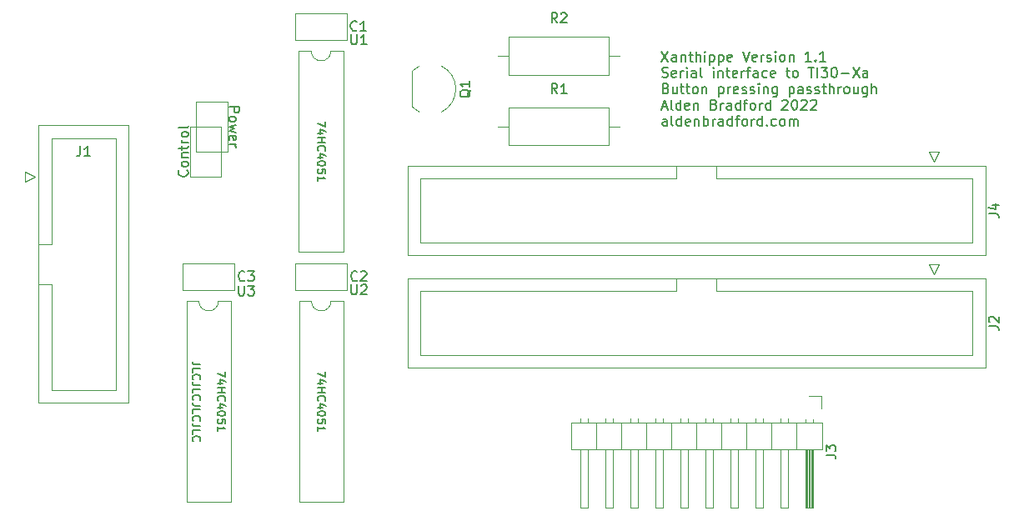
<source format=gbr>
%TF.GenerationSoftware,KiCad,Pcbnew,(6.0.6)*%
%TF.CreationDate,2022-08-14T19:07:44-04:00*%
%TF.ProjectId,button_presser,62757474-6f6e-45f7-9072-65737365722e,rev?*%
%TF.SameCoordinates,Original*%
%TF.FileFunction,Legend,Top*%
%TF.FilePolarity,Positive*%
%FSLAX46Y46*%
G04 Gerber Fmt 4.6, Leading zero omitted, Abs format (unit mm)*
G04 Created by KiCad (PCBNEW (6.0.6)) date 2022-08-14 19:07:44*
%MOMM*%
%LPD*%
G01*
G04 APERTURE LIST*
%ADD10C,0.152400*%
%ADD11C,0.203200*%
%ADD12C,0.150000*%
%ADD13C,0.120000*%
G04 APERTURE END LIST*
D10*
X33465104Y-50301676D02*
X33465104Y-50843542D01*
X32652304Y-50495200D01*
X33194171Y-51501523D02*
X32652304Y-51501523D01*
X33503809Y-51308000D02*
X32923238Y-51114476D01*
X32923238Y-51617638D01*
X32652304Y-51927276D02*
X33465104Y-51927276D01*
X33078057Y-51927276D02*
X33078057Y-52391733D01*
X32652304Y-52391733D02*
X33465104Y-52391733D01*
X32729714Y-53243238D02*
X32691009Y-53204533D01*
X32652304Y-53088419D01*
X32652304Y-53011009D01*
X32691009Y-52894895D01*
X32768419Y-52817485D01*
X32845828Y-52778780D01*
X33000647Y-52740076D01*
X33116761Y-52740076D01*
X33271580Y-52778780D01*
X33348990Y-52817485D01*
X33426400Y-52894895D01*
X33465104Y-53011009D01*
X33465104Y-53088419D01*
X33426400Y-53204533D01*
X33387695Y-53243238D01*
X33194171Y-53939923D02*
X32652304Y-53939923D01*
X33503809Y-53746400D02*
X32923238Y-53552876D01*
X32923238Y-54056038D01*
X33465104Y-54520495D02*
X33465104Y-54597904D01*
X33426400Y-54675314D01*
X33387695Y-54714019D01*
X33310285Y-54752723D01*
X33155466Y-54791428D01*
X32961942Y-54791428D01*
X32807123Y-54752723D01*
X32729714Y-54714019D01*
X32691009Y-54675314D01*
X32652304Y-54597904D01*
X32652304Y-54520495D01*
X32691009Y-54443085D01*
X32729714Y-54404380D01*
X32807123Y-54365676D01*
X32961942Y-54326971D01*
X33155466Y-54326971D01*
X33310285Y-54365676D01*
X33387695Y-54404380D01*
X33426400Y-54443085D01*
X33465104Y-54520495D01*
X33465104Y-55526819D02*
X33465104Y-55139771D01*
X33078057Y-55101066D01*
X33116761Y-55139771D01*
X33155466Y-55217180D01*
X33155466Y-55410704D01*
X33116761Y-55488114D01*
X33078057Y-55526819D01*
X33000647Y-55565523D01*
X32807123Y-55565523D01*
X32729714Y-55526819D01*
X32691009Y-55488114D01*
X32652304Y-55410704D01*
X32652304Y-55217180D01*
X32691009Y-55139771D01*
X32729714Y-55101066D01*
X32652304Y-56339619D02*
X32652304Y-55875161D01*
X32652304Y-56107390D02*
X33465104Y-56107390D01*
X33348990Y-56029980D01*
X33271580Y-55952571D01*
X33232876Y-55875161D01*
D11*
X77747222Y-17762099D02*
X78424556Y-18778099D01*
X78424556Y-17762099D02*
X77747222Y-18778099D01*
X79247032Y-18778099D02*
X79247032Y-18245908D01*
X79198651Y-18149146D01*
X79101889Y-18100765D01*
X78908365Y-18100765D01*
X78811603Y-18149146D01*
X79247032Y-18729718D02*
X79150270Y-18778099D01*
X78908365Y-18778099D01*
X78811603Y-18729718D01*
X78763222Y-18632956D01*
X78763222Y-18536194D01*
X78811603Y-18439432D01*
X78908365Y-18391051D01*
X79150270Y-18391051D01*
X79247032Y-18342670D01*
X79730841Y-18100765D02*
X79730841Y-18778099D01*
X79730841Y-18197527D02*
X79779222Y-18149146D01*
X79875984Y-18100765D01*
X80021127Y-18100765D01*
X80117889Y-18149146D01*
X80166270Y-18245908D01*
X80166270Y-18778099D01*
X80504937Y-18100765D02*
X80891984Y-18100765D01*
X80650080Y-17762099D02*
X80650080Y-18632956D01*
X80698460Y-18729718D01*
X80795222Y-18778099D01*
X80891984Y-18778099D01*
X81230651Y-18778099D02*
X81230651Y-17762099D01*
X81666080Y-18778099D02*
X81666080Y-18245908D01*
X81617699Y-18149146D01*
X81520937Y-18100765D01*
X81375794Y-18100765D01*
X81279032Y-18149146D01*
X81230651Y-18197527D01*
X82149889Y-18778099D02*
X82149889Y-18100765D01*
X82149889Y-17762099D02*
X82101508Y-17810480D01*
X82149889Y-17858860D01*
X82198270Y-17810480D01*
X82149889Y-17762099D01*
X82149889Y-17858860D01*
X82633699Y-18100765D02*
X82633699Y-19116765D01*
X82633699Y-18149146D02*
X82730460Y-18100765D01*
X82923984Y-18100765D01*
X83020746Y-18149146D01*
X83069127Y-18197527D01*
X83117508Y-18294289D01*
X83117508Y-18584575D01*
X83069127Y-18681337D01*
X83020746Y-18729718D01*
X82923984Y-18778099D01*
X82730460Y-18778099D01*
X82633699Y-18729718D01*
X83552937Y-18100765D02*
X83552937Y-19116765D01*
X83552937Y-18149146D02*
X83649699Y-18100765D01*
X83843222Y-18100765D01*
X83939984Y-18149146D01*
X83988365Y-18197527D01*
X84036746Y-18294289D01*
X84036746Y-18584575D01*
X83988365Y-18681337D01*
X83939984Y-18729718D01*
X83843222Y-18778099D01*
X83649699Y-18778099D01*
X83552937Y-18729718D01*
X84859222Y-18729718D02*
X84762460Y-18778099D01*
X84568937Y-18778099D01*
X84472175Y-18729718D01*
X84423794Y-18632956D01*
X84423794Y-18245908D01*
X84472175Y-18149146D01*
X84568937Y-18100765D01*
X84762460Y-18100765D01*
X84859222Y-18149146D01*
X84907603Y-18245908D01*
X84907603Y-18342670D01*
X84423794Y-18439432D01*
X85971984Y-17762099D02*
X86310651Y-18778099D01*
X86649318Y-17762099D01*
X87375032Y-18729718D02*
X87278270Y-18778099D01*
X87084746Y-18778099D01*
X86987984Y-18729718D01*
X86939603Y-18632956D01*
X86939603Y-18245908D01*
X86987984Y-18149146D01*
X87084746Y-18100765D01*
X87278270Y-18100765D01*
X87375032Y-18149146D01*
X87423413Y-18245908D01*
X87423413Y-18342670D01*
X86939603Y-18439432D01*
X87858841Y-18778099D02*
X87858841Y-18100765D01*
X87858841Y-18294289D02*
X87907222Y-18197527D01*
X87955603Y-18149146D01*
X88052365Y-18100765D01*
X88149127Y-18100765D01*
X88439413Y-18729718D02*
X88536175Y-18778099D01*
X88729699Y-18778099D01*
X88826460Y-18729718D01*
X88874841Y-18632956D01*
X88874841Y-18584575D01*
X88826460Y-18487813D01*
X88729699Y-18439432D01*
X88584556Y-18439432D01*
X88487794Y-18391051D01*
X88439413Y-18294289D01*
X88439413Y-18245908D01*
X88487794Y-18149146D01*
X88584556Y-18100765D01*
X88729699Y-18100765D01*
X88826460Y-18149146D01*
X89310270Y-18778099D02*
X89310270Y-18100765D01*
X89310270Y-17762099D02*
X89261889Y-17810480D01*
X89310270Y-17858860D01*
X89358651Y-17810480D01*
X89310270Y-17762099D01*
X89310270Y-17858860D01*
X89939222Y-18778099D02*
X89842460Y-18729718D01*
X89794080Y-18681337D01*
X89745699Y-18584575D01*
X89745699Y-18294289D01*
X89794080Y-18197527D01*
X89842460Y-18149146D01*
X89939222Y-18100765D01*
X90084365Y-18100765D01*
X90181127Y-18149146D01*
X90229508Y-18197527D01*
X90277889Y-18294289D01*
X90277889Y-18584575D01*
X90229508Y-18681337D01*
X90181127Y-18729718D01*
X90084365Y-18778099D01*
X89939222Y-18778099D01*
X90713318Y-18100765D02*
X90713318Y-18778099D01*
X90713318Y-18197527D02*
X90761699Y-18149146D01*
X90858460Y-18100765D01*
X91003603Y-18100765D01*
X91100365Y-18149146D01*
X91148746Y-18245908D01*
X91148746Y-18778099D01*
X92938841Y-18778099D02*
X92358270Y-18778099D01*
X92648556Y-18778099D02*
X92648556Y-17762099D01*
X92551794Y-17907241D01*
X92455032Y-18004003D01*
X92358270Y-18052384D01*
X93374270Y-18681337D02*
X93422651Y-18729718D01*
X93374270Y-18778099D01*
X93325889Y-18729718D01*
X93374270Y-18681337D01*
X93374270Y-18778099D01*
X94390270Y-18778099D02*
X93809699Y-18778099D01*
X94099984Y-18778099D02*
X94099984Y-17762099D01*
X94003222Y-17907241D01*
X93906460Y-18004003D01*
X93809699Y-18052384D01*
X77795603Y-20365478D02*
X77940746Y-20413859D01*
X78182651Y-20413859D01*
X78279413Y-20365478D01*
X78327794Y-20317097D01*
X78376175Y-20220335D01*
X78376175Y-20123573D01*
X78327794Y-20026811D01*
X78279413Y-19978430D01*
X78182651Y-19930049D01*
X77989127Y-19881668D01*
X77892365Y-19833287D01*
X77843984Y-19784906D01*
X77795603Y-19688144D01*
X77795603Y-19591382D01*
X77843984Y-19494620D01*
X77892365Y-19446240D01*
X77989127Y-19397859D01*
X78231032Y-19397859D01*
X78376175Y-19446240D01*
X79198651Y-20365478D02*
X79101889Y-20413859D01*
X78908365Y-20413859D01*
X78811603Y-20365478D01*
X78763222Y-20268716D01*
X78763222Y-19881668D01*
X78811603Y-19784906D01*
X78908365Y-19736525D01*
X79101889Y-19736525D01*
X79198651Y-19784906D01*
X79247032Y-19881668D01*
X79247032Y-19978430D01*
X78763222Y-20075192D01*
X79682460Y-20413859D02*
X79682460Y-19736525D01*
X79682460Y-19930049D02*
X79730841Y-19833287D01*
X79779222Y-19784906D01*
X79875984Y-19736525D01*
X79972746Y-19736525D01*
X80311413Y-20413859D02*
X80311413Y-19736525D01*
X80311413Y-19397859D02*
X80263032Y-19446240D01*
X80311413Y-19494620D01*
X80359794Y-19446240D01*
X80311413Y-19397859D01*
X80311413Y-19494620D01*
X81230651Y-20413859D02*
X81230651Y-19881668D01*
X81182270Y-19784906D01*
X81085508Y-19736525D01*
X80891984Y-19736525D01*
X80795222Y-19784906D01*
X81230651Y-20365478D02*
X81133889Y-20413859D01*
X80891984Y-20413859D01*
X80795222Y-20365478D01*
X80746841Y-20268716D01*
X80746841Y-20171954D01*
X80795222Y-20075192D01*
X80891984Y-20026811D01*
X81133889Y-20026811D01*
X81230651Y-19978430D01*
X81859603Y-20413859D02*
X81762841Y-20365478D01*
X81714460Y-20268716D01*
X81714460Y-19397859D01*
X83020746Y-20413859D02*
X83020746Y-19736525D01*
X83020746Y-19397859D02*
X82972365Y-19446240D01*
X83020746Y-19494620D01*
X83069127Y-19446240D01*
X83020746Y-19397859D01*
X83020746Y-19494620D01*
X83504556Y-19736525D02*
X83504556Y-20413859D01*
X83504556Y-19833287D02*
X83552937Y-19784906D01*
X83649699Y-19736525D01*
X83794841Y-19736525D01*
X83891603Y-19784906D01*
X83939984Y-19881668D01*
X83939984Y-20413859D01*
X84278651Y-19736525D02*
X84665699Y-19736525D01*
X84423794Y-19397859D02*
X84423794Y-20268716D01*
X84472175Y-20365478D01*
X84568937Y-20413859D01*
X84665699Y-20413859D01*
X85391413Y-20365478D02*
X85294651Y-20413859D01*
X85101127Y-20413859D01*
X85004365Y-20365478D01*
X84955984Y-20268716D01*
X84955984Y-19881668D01*
X85004365Y-19784906D01*
X85101127Y-19736525D01*
X85294651Y-19736525D01*
X85391413Y-19784906D01*
X85439794Y-19881668D01*
X85439794Y-19978430D01*
X84955984Y-20075192D01*
X85875222Y-20413859D02*
X85875222Y-19736525D01*
X85875222Y-19930049D02*
X85923603Y-19833287D01*
X85971984Y-19784906D01*
X86068746Y-19736525D01*
X86165508Y-19736525D01*
X86359032Y-19736525D02*
X86746080Y-19736525D01*
X86504175Y-20413859D02*
X86504175Y-19543001D01*
X86552556Y-19446240D01*
X86649318Y-19397859D01*
X86746080Y-19397859D01*
X87520175Y-20413859D02*
X87520175Y-19881668D01*
X87471794Y-19784906D01*
X87375032Y-19736525D01*
X87181508Y-19736525D01*
X87084746Y-19784906D01*
X87520175Y-20365478D02*
X87423413Y-20413859D01*
X87181508Y-20413859D01*
X87084746Y-20365478D01*
X87036365Y-20268716D01*
X87036365Y-20171954D01*
X87084746Y-20075192D01*
X87181508Y-20026811D01*
X87423413Y-20026811D01*
X87520175Y-19978430D01*
X88439413Y-20365478D02*
X88342651Y-20413859D01*
X88149127Y-20413859D01*
X88052365Y-20365478D01*
X88003984Y-20317097D01*
X87955603Y-20220335D01*
X87955603Y-19930049D01*
X88003984Y-19833287D01*
X88052365Y-19784906D01*
X88149127Y-19736525D01*
X88342651Y-19736525D01*
X88439413Y-19784906D01*
X89261889Y-20365478D02*
X89165127Y-20413859D01*
X88971603Y-20413859D01*
X88874841Y-20365478D01*
X88826460Y-20268716D01*
X88826460Y-19881668D01*
X88874841Y-19784906D01*
X88971603Y-19736525D01*
X89165127Y-19736525D01*
X89261889Y-19784906D01*
X89310270Y-19881668D01*
X89310270Y-19978430D01*
X88826460Y-20075192D01*
X90374651Y-19736525D02*
X90761699Y-19736525D01*
X90519794Y-19397859D02*
X90519794Y-20268716D01*
X90568175Y-20365478D01*
X90664937Y-20413859D01*
X90761699Y-20413859D01*
X91245508Y-20413859D02*
X91148746Y-20365478D01*
X91100365Y-20317097D01*
X91051984Y-20220335D01*
X91051984Y-19930049D01*
X91100365Y-19833287D01*
X91148746Y-19784906D01*
X91245508Y-19736525D01*
X91390651Y-19736525D01*
X91487413Y-19784906D01*
X91535794Y-19833287D01*
X91584175Y-19930049D01*
X91584175Y-20220335D01*
X91535794Y-20317097D01*
X91487413Y-20365478D01*
X91390651Y-20413859D01*
X91245508Y-20413859D01*
X92648556Y-19397859D02*
X93229127Y-19397859D01*
X92938841Y-20413859D02*
X92938841Y-19397859D01*
X93567794Y-20413859D02*
X93567794Y-19397859D01*
X93954841Y-19397859D02*
X94583794Y-19397859D01*
X94245127Y-19784906D01*
X94390270Y-19784906D01*
X94487032Y-19833287D01*
X94535413Y-19881668D01*
X94583794Y-19978430D01*
X94583794Y-20220335D01*
X94535413Y-20317097D01*
X94487032Y-20365478D01*
X94390270Y-20413859D01*
X94099984Y-20413859D01*
X94003222Y-20365478D01*
X93954841Y-20317097D01*
X95212746Y-19397859D02*
X95309508Y-19397859D01*
X95406270Y-19446240D01*
X95454651Y-19494620D01*
X95503032Y-19591382D01*
X95551413Y-19784906D01*
X95551413Y-20026811D01*
X95503032Y-20220335D01*
X95454651Y-20317097D01*
X95406270Y-20365478D01*
X95309508Y-20413859D01*
X95212746Y-20413859D01*
X95115984Y-20365478D01*
X95067603Y-20317097D01*
X95019222Y-20220335D01*
X94970841Y-20026811D01*
X94970841Y-19784906D01*
X95019222Y-19591382D01*
X95067603Y-19494620D01*
X95115984Y-19446240D01*
X95212746Y-19397859D01*
X95986841Y-20026811D02*
X96760937Y-20026811D01*
X97147984Y-19397859D02*
X97825318Y-20413859D01*
X97825318Y-19397859D02*
X97147984Y-20413859D01*
X98647794Y-20413859D02*
X98647794Y-19881668D01*
X98599413Y-19784906D01*
X98502651Y-19736525D01*
X98309127Y-19736525D01*
X98212365Y-19784906D01*
X98647794Y-20365478D02*
X98551032Y-20413859D01*
X98309127Y-20413859D01*
X98212365Y-20365478D01*
X98163984Y-20268716D01*
X98163984Y-20171954D01*
X98212365Y-20075192D01*
X98309127Y-20026811D01*
X98551032Y-20026811D01*
X98647794Y-19978430D01*
X78182651Y-21517428D02*
X78327794Y-21565809D01*
X78376175Y-21614190D01*
X78424556Y-21710952D01*
X78424556Y-21856095D01*
X78376175Y-21952857D01*
X78327794Y-22001238D01*
X78231032Y-22049619D01*
X77843984Y-22049619D01*
X77843984Y-21033619D01*
X78182651Y-21033619D01*
X78279413Y-21082000D01*
X78327794Y-21130380D01*
X78376175Y-21227142D01*
X78376175Y-21323904D01*
X78327794Y-21420666D01*
X78279413Y-21469047D01*
X78182651Y-21517428D01*
X77843984Y-21517428D01*
X79295413Y-21372285D02*
X79295413Y-22049619D01*
X78859984Y-21372285D02*
X78859984Y-21904476D01*
X78908365Y-22001238D01*
X79005127Y-22049619D01*
X79150270Y-22049619D01*
X79247032Y-22001238D01*
X79295413Y-21952857D01*
X79634080Y-21372285D02*
X80021127Y-21372285D01*
X79779222Y-21033619D02*
X79779222Y-21904476D01*
X79827603Y-22001238D01*
X79924365Y-22049619D01*
X80021127Y-22049619D01*
X80214651Y-21372285D02*
X80601699Y-21372285D01*
X80359794Y-21033619D02*
X80359794Y-21904476D01*
X80408175Y-22001238D01*
X80504937Y-22049619D01*
X80601699Y-22049619D01*
X81085508Y-22049619D02*
X80988746Y-22001238D01*
X80940365Y-21952857D01*
X80891984Y-21856095D01*
X80891984Y-21565809D01*
X80940365Y-21469047D01*
X80988746Y-21420666D01*
X81085508Y-21372285D01*
X81230651Y-21372285D01*
X81327413Y-21420666D01*
X81375794Y-21469047D01*
X81424175Y-21565809D01*
X81424175Y-21856095D01*
X81375794Y-21952857D01*
X81327413Y-22001238D01*
X81230651Y-22049619D01*
X81085508Y-22049619D01*
X81859603Y-21372285D02*
X81859603Y-22049619D01*
X81859603Y-21469047D02*
X81907984Y-21420666D01*
X82004746Y-21372285D01*
X82149889Y-21372285D01*
X82246651Y-21420666D01*
X82295032Y-21517428D01*
X82295032Y-22049619D01*
X83552937Y-21372285D02*
X83552937Y-22388285D01*
X83552937Y-21420666D02*
X83649699Y-21372285D01*
X83843222Y-21372285D01*
X83939984Y-21420666D01*
X83988365Y-21469047D01*
X84036746Y-21565809D01*
X84036746Y-21856095D01*
X83988365Y-21952857D01*
X83939984Y-22001238D01*
X83843222Y-22049619D01*
X83649699Y-22049619D01*
X83552937Y-22001238D01*
X84472175Y-22049619D02*
X84472175Y-21372285D01*
X84472175Y-21565809D02*
X84520556Y-21469047D01*
X84568937Y-21420666D01*
X84665699Y-21372285D01*
X84762460Y-21372285D01*
X85488175Y-22001238D02*
X85391413Y-22049619D01*
X85197889Y-22049619D01*
X85101127Y-22001238D01*
X85052746Y-21904476D01*
X85052746Y-21517428D01*
X85101127Y-21420666D01*
X85197889Y-21372285D01*
X85391413Y-21372285D01*
X85488175Y-21420666D01*
X85536556Y-21517428D01*
X85536556Y-21614190D01*
X85052746Y-21710952D01*
X85923603Y-22001238D02*
X86020365Y-22049619D01*
X86213889Y-22049619D01*
X86310651Y-22001238D01*
X86359032Y-21904476D01*
X86359032Y-21856095D01*
X86310651Y-21759333D01*
X86213889Y-21710952D01*
X86068746Y-21710952D01*
X85971984Y-21662571D01*
X85923603Y-21565809D01*
X85923603Y-21517428D01*
X85971984Y-21420666D01*
X86068746Y-21372285D01*
X86213889Y-21372285D01*
X86310651Y-21420666D01*
X86746080Y-22001238D02*
X86842841Y-22049619D01*
X87036365Y-22049619D01*
X87133127Y-22001238D01*
X87181508Y-21904476D01*
X87181508Y-21856095D01*
X87133127Y-21759333D01*
X87036365Y-21710952D01*
X86891222Y-21710952D01*
X86794460Y-21662571D01*
X86746080Y-21565809D01*
X86746080Y-21517428D01*
X86794460Y-21420666D01*
X86891222Y-21372285D01*
X87036365Y-21372285D01*
X87133127Y-21420666D01*
X87616937Y-22049619D02*
X87616937Y-21372285D01*
X87616937Y-21033619D02*
X87568556Y-21082000D01*
X87616937Y-21130380D01*
X87665318Y-21082000D01*
X87616937Y-21033619D01*
X87616937Y-21130380D01*
X88100746Y-21372285D02*
X88100746Y-22049619D01*
X88100746Y-21469047D02*
X88149127Y-21420666D01*
X88245889Y-21372285D01*
X88391032Y-21372285D01*
X88487794Y-21420666D01*
X88536175Y-21517428D01*
X88536175Y-22049619D01*
X89455413Y-21372285D02*
X89455413Y-22194761D01*
X89407032Y-22291523D01*
X89358651Y-22339904D01*
X89261889Y-22388285D01*
X89116746Y-22388285D01*
X89019984Y-22339904D01*
X89455413Y-22001238D02*
X89358651Y-22049619D01*
X89165127Y-22049619D01*
X89068365Y-22001238D01*
X89019984Y-21952857D01*
X88971603Y-21856095D01*
X88971603Y-21565809D01*
X89019984Y-21469047D01*
X89068365Y-21420666D01*
X89165127Y-21372285D01*
X89358651Y-21372285D01*
X89455413Y-21420666D01*
X90713318Y-21372285D02*
X90713318Y-22388285D01*
X90713318Y-21420666D02*
X90810080Y-21372285D01*
X91003603Y-21372285D01*
X91100365Y-21420666D01*
X91148746Y-21469047D01*
X91197127Y-21565809D01*
X91197127Y-21856095D01*
X91148746Y-21952857D01*
X91100365Y-22001238D01*
X91003603Y-22049619D01*
X90810080Y-22049619D01*
X90713318Y-22001238D01*
X92067984Y-22049619D02*
X92067984Y-21517428D01*
X92019603Y-21420666D01*
X91922841Y-21372285D01*
X91729318Y-21372285D01*
X91632556Y-21420666D01*
X92067984Y-22001238D02*
X91971222Y-22049619D01*
X91729318Y-22049619D01*
X91632556Y-22001238D01*
X91584175Y-21904476D01*
X91584175Y-21807714D01*
X91632556Y-21710952D01*
X91729318Y-21662571D01*
X91971222Y-21662571D01*
X92067984Y-21614190D01*
X92503413Y-22001238D02*
X92600175Y-22049619D01*
X92793699Y-22049619D01*
X92890460Y-22001238D01*
X92938841Y-21904476D01*
X92938841Y-21856095D01*
X92890460Y-21759333D01*
X92793699Y-21710952D01*
X92648556Y-21710952D01*
X92551794Y-21662571D01*
X92503413Y-21565809D01*
X92503413Y-21517428D01*
X92551794Y-21420666D01*
X92648556Y-21372285D01*
X92793699Y-21372285D01*
X92890460Y-21420666D01*
X93325889Y-22001238D02*
X93422651Y-22049619D01*
X93616175Y-22049619D01*
X93712937Y-22001238D01*
X93761318Y-21904476D01*
X93761318Y-21856095D01*
X93712937Y-21759333D01*
X93616175Y-21710952D01*
X93471032Y-21710952D01*
X93374270Y-21662571D01*
X93325889Y-21565809D01*
X93325889Y-21517428D01*
X93374270Y-21420666D01*
X93471032Y-21372285D01*
X93616175Y-21372285D01*
X93712937Y-21420666D01*
X94051603Y-21372285D02*
X94438651Y-21372285D01*
X94196746Y-21033619D02*
X94196746Y-21904476D01*
X94245127Y-22001238D01*
X94341889Y-22049619D01*
X94438651Y-22049619D01*
X94777318Y-22049619D02*
X94777318Y-21033619D01*
X95212746Y-22049619D02*
X95212746Y-21517428D01*
X95164365Y-21420666D01*
X95067603Y-21372285D01*
X94922460Y-21372285D01*
X94825699Y-21420666D01*
X94777318Y-21469047D01*
X95696556Y-22049619D02*
X95696556Y-21372285D01*
X95696556Y-21565809D02*
X95744937Y-21469047D01*
X95793318Y-21420666D01*
X95890080Y-21372285D01*
X95986841Y-21372285D01*
X96470651Y-22049619D02*
X96373889Y-22001238D01*
X96325508Y-21952857D01*
X96277127Y-21856095D01*
X96277127Y-21565809D01*
X96325508Y-21469047D01*
X96373889Y-21420666D01*
X96470651Y-21372285D01*
X96615794Y-21372285D01*
X96712556Y-21420666D01*
X96760937Y-21469047D01*
X96809318Y-21565809D01*
X96809318Y-21856095D01*
X96760937Y-21952857D01*
X96712556Y-22001238D01*
X96615794Y-22049619D01*
X96470651Y-22049619D01*
X97680175Y-21372285D02*
X97680175Y-22049619D01*
X97244746Y-21372285D02*
X97244746Y-21904476D01*
X97293127Y-22001238D01*
X97389889Y-22049619D01*
X97535032Y-22049619D01*
X97631794Y-22001238D01*
X97680175Y-21952857D01*
X98599413Y-21372285D02*
X98599413Y-22194761D01*
X98551032Y-22291523D01*
X98502651Y-22339904D01*
X98405889Y-22388285D01*
X98260746Y-22388285D01*
X98163984Y-22339904D01*
X98599413Y-22001238D02*
X98502651Y-22049619D01*
X98309127Y-22049619D01*
X98212365Y-22001238D01*
X98163984Y-21952857D01*
X98115603Y-21856095D01*
X98115603Y-21565809D01*
X98163984Y-21469047D01*
X98212365Y-21420666D01*
X98309127Y-21372285D01*
X98502651Y-21372285D01*
X98599413Y-21420666D01*
X99083222Y-22049619D02*
X99083222Y-21033619D01*
X99518651Y-22049619D02*
X99518651Y-21517428D01*
X99470270Y-21420666D01*
X99373508Y-21372285D01*
X99228365Y-21372285D01*
X99131603Y-21420666D01*
X99083222Y-21469047D01*
X77795603Y-23395093D02*
X78279413Y-23395093D01*
X77698841Y-23685379D02*
X78037508Y-22669379D01*
X78376175Y-23685379D01*
X78859984Y-23685379D02*
X78763222Y-23636998D01*
X78714841Y-23540236D01*
X78714841Y-22669379D01*
X79682460Y-23685379D02*
X79682460Y-22669379D01*
X79682460Y-23636998D02*
X79585699Y-23685379D01*
X79392175Y-23685379D01*
X79295413Y-23636998D01*
X79247032Y-23588617D01*
X79198651Y-23491855D01*
X79198651Y-23201569D01*
X79247032Y-23104807D01*
X79295413Y-23056426D01*
X79392175Y-23008045D01*
X79585699Y-23008045D01*
X79682460Y-23056426D01*
X80553318Y-23636998D02*
X80456556Y-23685379D01*
X80263032Y-23685379D01*
X80166270Y-23636998D01*
X80117889Y-23540236D01*
X80117889Y-23153188D01*
X80166270Y-23056426D01*
X80263032Y-23008045D01*
X80456556Y-23008045D01*
X80553318Y-23056426D01*
X80601699Y-23153188D01*
X80601699Y-23249950D01*
X80117889Y-23346712D01*
X81037127Y-23008045D02*
X81037127Y-23685379D01*
X81037127Y-23104807D02*
X81085508Y-23056426D01*
X81182270Y-23008045D01*
X81327413Y-23008045D01*
X81424175Y-23056426D01*
X81472556Y-23153188D01*
X81472556Y-23685379D01*
X83069127Y-23153188D02*
X83214270Y-23201569D01*
X83262651Y-23249950D01*
X83311032Y-23346712D01*
X83311032Y-23491855D01*
X83262651Y-23588617D01*
X83214270Y-23636998D01*
X83117508Y-23685379D01*
X82730460Y-23685379D01*
X82730460Y-22669379D01*
X83069127Y-22669379D01*
X83165889Y-22717760D01*
X83214270Y-22766140D01*
X83262651Y-22862902D01*
X83262651Y-22959664D01*
X83214270Y-23056426D01*
X83165889Y-23104807D01*
X83069127Y-23153188D01*
X82730460Y-23153188D01*
X83746460Y-23685379D02*
X83746460Y-23008045D01*
X83746460Y-23201569D02*
X83794841Y-23104807D01*
X83843222Y-23056426D01*
X83939984Y-23008045D01*
X84036746Y-23008045D01*
X84810841Y-23685379D02*
X84810841Y-23153188D01*
X84762460Y-23056426D01*
X84665699Y-23008045D01*
X84472175Y-23008045D01*
X84375413Y-23056426D01*
X84810841Y-23636998D02*
X84714080Y-23685379D01*
X84472175Y-23685379D01*
X84375413Y-23636998D01*
X84327032Y-23540236D01*
X84327032Y-23443474D01*
X84375413Y-23346712D01*
X84472175Y-23298331D01*
X84714080Y-23298331D01*
X84810841Y-23249950D01*
X85730080Y-23685379D02*
X85730080Y-22669379D01*
X85730080Y-23636998D02*
X85633318Y-23685379D01*
X85439794Y-23685379D01*
X85343032Y-23636998D01*
X85294651Y-23588617D01*
X85246270Y-23491855D01*
X85246270Y-23201569D01*
X85294651Y-23104807D01*
X85343032Y-23056426D01*
X85439794Y-23008045D01*
X85633318Y-23008045D01*
X85730080Y-23056426D01*
X86068746Y-23008045D02*
X86455794Y-23008045D01*
X86213889Y-23685379D02*
X86213889Y-22814521D01*
X86262270Y-22717760D01*
X86359032Y-22669379D01*
X86455794Y-22669379D01*
X86939603Y-23685379D02*
X86842841Y-23636998D01*
X86794460Y-23588617D01*
X86746080Y-23491855D01*
X86746080Y-23201569D01*
X86794460Y-23104807D01*
X86842841Y-23056426D01*
X86939603Y-23008045D01*
X87084746Y-23008045D01*
X87181508Y-23056426D01*
X87229889Y-23104807D01*
X87278270Y-23201569D01*
X87278270Y-23491855D01*
X87229889Y-23588617D01*
X87181508Y-23636998D01*
X87084746Y-23685379D01*
X86939603Y-23685379D01*
X87713699Y-23685379D02*
X87713699Y-23008045D01*
X87713699Y-23201569D02*
X87762080Y-23104807D01*
X87810460Y-23056426D01*
X87907222Y-23008045D01*
X88003984Y-23008045D01*
X88778080Y-23685379D02*
X88778080Y-22669379D01*
X88778080Y-23636998D02*
X88681318Y-23685379D01*
X88487794Y-23685379D01*
X88391032Y-23636998D01*
X88342651Y-23588617D01*
X88294270Y-23491855D01*
X88294270Y-23201569D01*
X88342651Y-23104807D01*
X88391032Y-23056426D01*
X88487794Y-23008045D01*
X88681318Y-23008045D01*
X88778080Y-23056426D01*
X89987603Y-22766140D02*
X90035984Y-22717760D01*
X90132746Y-22669379D01*
X90374651Y-22669379D01*
X90471413Y-22717760D01*
X90519794Y-22766140D01*
X90568175Y-22862902D01*
X90568175Y-22959664D01*
X90519794Y-23104807D01*
X89939222Y-23685379D01*
X90568175Y-23685379D01*
X91197127Y-22669379D02*
X91293889Y-22669379D01*
X91390651Y-22717760D01*
X91439032Y-22766140D01*
X91487413Y-22862902D01*
X91535794Y-23056426D01*
X91535794Y-23298331D01*
X91487413Y-23491855D01*
X91439032Y-23588617D01*
X91390651Y-23636998D01*
X91293889Y-23685379D01*
X91197127Y-23685379D01*
X91100365Y-23636998D01*
X91051984Y-23588617D01*
X91003603Y-23491855D01*
X90955222Y-23298331D01*
X90955222Y-23056426D01*
X91003603Y-22862902D01*
X91051984Y-22766140D01*
X91100365Y-22717760D01*
X91197127Y-22669379D01*
X91922841Y-22766140D02*
X91971222Y-22717760D01*
X92067984Y-22669379D01*
X92309889Y-22669379D01*
X92406651Y-22717760D01*
X92455032Y-22766140D01*
X92503413Y-22862902D01*
X92503413Y-22959664D01*
X92455032Y-23104807D01*
X91874460Y-23685379D01*
X92503413Y-23685379D01*
X92890460Y-22766140D02*
X92938841Y-22717760D01*
X93035603Y-22669379D01*
X93277508Y-22669379D01*
X93374270Y-22717760D01*
X93422651Y-22766140D01*
X93471032Y-22862902D01*
X93471032Y-22959664D01*
X93422651Y-23104807D01*
X92842080Y-23685379D01*
X93471032Y-23685379D01*
X78279413Y-25321139D02*
X78279413Y-24788948D01*
X78231032Y-24692186D01*
X78134270Y-24643805D01*
X77940746Y-24643805D01*
X77843984Y-24692186D01*
X78279413Y-25272758D02*
X78182651Y-25321139D01*
X77940746Y-25321139D01*
X77843984Y-25272758D01*
X77795603Y-25175996D01*
X77795603Y-25079234D01*
X77843984Y-24982472D01*
X77940746Y-24934091D01*
X78182651Y-24934091D01*
X78279413Y-24885710D01*
X78908365Y-25321139D02*
X78811603Y-25272758D01*
X78763222Y-25175996D01*
X78763222Y-24305139D01*
X79730841Y-25321139D02*
X79730841Y-24305139D01*
X79730841Y-25272758D02*
X79634080Y-25321139D01*
X79440556Y-25321139D01*
X79343794Y-25272758D01*
X79295413Y-25224377D01*
X79247032Y-25127615D01*
X79247032Y-24837329D01*
X79295413Y-24740567D01*
X79343794Y-24692186D01*
X79440556Y-24643805D01*
X79634080Y-24643805D01*
X79730841Y-24692186D01*
X80601699Y-25272758D02*
X80504937Y-25321139D01*
X80311413Y-25321139D01*
X80214651Y-25272758D01*
X80166270Y-25175996D01*
X80166270Y-24788948D01*
X80214651Y-24692186D01*
X80311413Y-24643805D01*
X80504937Y-24643805D01*
X80601699Y-24692186D01*
X80650080Y-24788948D01*
X80650080Y-24885710D01*
X80166270Y-24982472D01*
X81085508Y-24643805D02*
X81085508Y-25321139D01*
X81085508Y-24740567D02*
X81133889Y-24692186D01*
X81230651Y-24643805D01*
X81375794Y-24643805D01*
X81472556Y-24692186D01*
X81520937Y-24788948D01*
X81520937Y-25321139D01*
X82004746Y-25321139D02*
X82004746Y-24305139D01*
X82004746Y-24692186D02*
X82101508Y-24643805D01*
X82295032Y-24643805D01*
X82391794Y-24692186D01*
X82440175Y-24740567D01*
X82488556Y-24837329D01*
X82488556Y-25127615D01*
X82440175Y-25224377D01*
X82391794Y-25272758D01*
X82295032Y-25321139D01*
X82101508Y-25321139D01*
X82004746Y-25272758D01*
X82923984Y-25321139D02*
X82923984Y-24643805D01*
X82923984Y-24837329D02*
X82972365Y-24740567D01*
X83020746Y-24692186D01*
X83117508Y-24643805D01*
X83214270Y-24643805D01*
X83988365Y-25321139D02*
X83988365Y-24788948D01*
X83939984Y-24692186D01*
X83843222Y-24643805D01*
X83649699Y-24643805D01*
X83552937Y-24692186D01*
X83988365Y-25272758D02*
X83891603Y-25321139D01*
X83649699Y-25321139D01*
X83552937Y-25272758D01*
X83504556Y-25175996D01*
X83504556Y-25079234D01*
X83552937Y-24982472D01*
X83649699Y-24934091D01*
X83891603Y-24934091D01*
X83988365Y-24885710D01*
X84907603Y-25321139D02*
X84907603Y-24305139D01*
X84907603Y-25272758D02*
X84810841Y-25321139D01*
X84617318Y-25321139D01*
X84520556Y-25272758D01*
X84472175Y-25224377D01*
X84423794Y-25127615D01*
X84423794Y-24837329D01*
X84472175Y-24740567D01*
X84520556Y-24692186D01*
X84617318Y-24643805D01*
X84810841Y-24643805D01*
X84907603Y-24692186D01*
X85246270Y-24643805D02*
X85633318Y-24643805D01*
X85391413Y-25321139D02*
X85391413Y-24450281D01*
X85439794Y-24353520D01*
X85536556Y-24305139D01*
X85633318Y-24305139D01*
X86117127Y-25321139D02*
X86020365Y-25272758D01*
X85971984Y-25224377D01*
X85923603Y-25127615D01*
X85923603Y-24837329D01*
X85971984Y-24740567D01*
X86020365Y-24692186D01*
X86117127Y-24643805D01*
X86262270Y-24643805D01*
X86359032Y-24692186D01*
X86407413Y-24740567D01*
X86455794Y-24837329D01*
X86455794Y-25127615D01*
X86407413Y-25224377D01*
X86359032Y-25272758D01*
X86262270Y-25321139D01*
X86117127Y-25321139D01*
X86891222Y-25321139D02*
X86891222Y-24643805D01*
X86891222Y-24837329D02*
X86939603Y-24740567D01*
X86987984Y-24692186D01*
X87084746Y-24643805D01*
X87181508Y-24643805D01*
X87955603Y-25321139D02*
X87955603Y-24305139D01*
X87955603Y-25272758D02*
X87858841Y-25321139D01*
X87665318Y-25321139D01*
X87568556Y-25272758D01*
X87520175Y-25224377D01*
X87471794Y-25127615D01*
X87471794Y-24837329D01*
X87520175Y-24740567D01*
X87568556Y-24692186D01*
X87665318Y-24643805D01*
X87858841Y-24643805D01*
X87955603Y-24692186D01*
X88439413Y-25224377D02*
X88487794Y-25272758D01*
X88439413Y-25321139D01*
X88391032Y-25272758D01*
X88439413Y-25224377D01*
X88439413Y-25321139D01*
X89358651Y-25272758D02*
X89261889Y-25321139D01*
X89068365Y-25321139D01*
X88971603Y-25272758D01*
X88923222Y-25224377D01*
X88874841Y-25127615D01*
X88874841Y-24837329D01*
X88923222Y-24740567D01*
X88971603Y-24692186D01*
X89068365Y-24643805D01*
X89261889Y-24643805D01*
X89358651Y-24692186D01*
X89939222Y-25321139D02*
X89842460Y-25272758D01*
X89794080Y-25224377D01*
X89745699Y-25127615D01*
X89745699Y-24837329D01*
X89794080Y-24740567D01*
X89842460Y-24692186D01*
X89939222Y-24643805D01*
X90084365Y-24643805D01*
X90181127Y-24692186D01*
X90229508Y-24740567D01*
X90277889Y-24837329D01*
X90277889Y-25127615D01*
X90229508Y-25224377D01*
X90181127Y-25272758D01*
X90084365Y-25321139D01*
X89939222Y-25321139D01*
X90713318Y-25321139D02*
X90713318Y-24643805D01*
X90713318Y-24740567D02*
X90761699Y-24692186D01*
X90858460Y-24643805D01*
X91003603Y-24643805D01*
X91100365Y-24692186D01*
X91148746Y-24788948D01*
X91148746Y-25321139D01*
X91148746Y-24788948D02*
X91197127Y-24692186D01*
X91293889Y-24643805D01*
X91439032Y-24643805D01*
X91535794Y-24692186D01*
X91584175Y-24788948D01*
X91584175Y-25321139D01*
D10*
X30925104Y-49585638D02*
X30344533Y-49585638D01*
X30228419Y-49546933D01*
X30151009Y-49469523D01*
X30112304Y-49353409D01*
X30112304Y-49276000D01*
X30112304Y-50359733D02*
X30112304Y-49972685D01*
X30925104Y-49972685D01*
X30189714Y-51095123D02*
X30151009Y-51056419D01*
X30112304Y-50940304D01*
X30112304Y-50862895D01*
X30151009Y-50746780D01*
X30228419Y-50669371D01*
X30305828Y-50630666D01*
X30460647Y-50591961D01*
X30576761Y-50591961D01*
X30731580Y-50630666D01*
X30808990Y-50669371D01*
X30886400Y-50746780D01*
X30925104Y-50862895D01*
X30925104Y-50940304D01*
X30886400Y-51056419D01*
X30847695Y-51095123D01*
X30925104Y-51675695D02*
X30344533Y-51675695D01*
X30228419Y-51636990D01*
X30151009Y-51559580D01*
X30112304Y-51443466D01*
X30112304Y-51366057D01*
X30112304Y-52449790D02*
X30112304Y-52062742D01*
X30925104Y-52062742D01*
X30189714Y-53185180D02*
X30151009Y-53146476D01*
X30112304Y-53030361D01*
X30112304Y-52952952D01*
X30151009Y-52836838D01*
X30228419Y-52759428D01*
X30305828Y-52720723D01*
X30460647Y-52682019D01*
X30576761Y-52682019D01*
X30731580Y-52720723D01*
X30808990Y-52759428D01*
X30886400Y-52836838D01*
X30925104Y-52952952D01*
X30925104Y-53030361D01*
X30886400Y-53146476D01*
X30847695Y-53185180D01*
X30925104Y-53765752D02*
X30344533Y-53765752D01*
X30228419Y-53727047D01*
X30151009Y-53649638D01*
X30112304Y-53533523D01*
X30112304Y-53456114D01*
X30112304Y-54539847D02*
X30112304Y-54152800D01*
X30925104Y-54152800D01*
X30189714Y-55275238D02*
X30151009Y-55236533D01*
X30112304Y-55120419D01*
X30112304Y-55043009D01*
X30151009Y-54926895D01*
X30228419Y-54849485D01*
X30305828Y-54810780D01*
X30460647Y-54772076D01*
X30576761Y-54772076D01*
X30731580Y-54810780D01*
X30808990Y-54849485D01*
X30886400Y-54926895D01*
X30925104Y-55043009D01*
X30925104Y-55120419D01*
X30886400Y-55236533D01*
X30847695Y-55275238D01*
X30925104Y-55855809D02*
X30344533Y-55855809D01*
X30228419Y-55817104D01*
X30151009Y-55739695D01*
X30112304Y-55623580D01*
X30112304Y-55546171D01*
X30112304Y-56629904D02*
X30112304Y-56242857D01*
X30925104Y-56242857D01*
X30189714Y-57365295D02*
X30151009Y-57326590D01*
X30112304Y-57210476D01*
X30112304Y-57133066D01*
X30151009Y-57016952D01*
X30228419Y-56939542D01*
X30305828Y-56900838D01*
X30460647Y-56862133D01*
X30576761Y-56862133D01*
X30731580Y-56900838D01*
X30808990Y-56939542D01*
X30886400Y-57016952D01*
X30925104Y-57133066D01*
X30925104Y-57210476D01*
X30886400Y-57326590D01*
X30847695Y-57365295D01*
X43625104Y-24901676D02*
X43625104Y-25443542D01*
X42812304Y-25095200D01*
X43354171Y-26101523D02*
X42812304Y-26101523D01*
X43663809Y-25908000D02*
X43083238Y-25714476D01*
X43083238Y-26217638D01*
X42812304Y-26527276D02*
X43625104Y-26527276D01*
X43238057Y-26527276D02*
X43238057Y-26991733D01*
X42812304Y-26991733D02*
X43625104Y-26991733D01*
X42889714Y-27843238D02*
X42851009Y-27804533D01*
X42812304Y-27688419D01*
X42812304Y-27611009D01*
X42851009Y-27494895D01*
X42928419Y-27417485D01*
X43005828Y-27378780D01*
X43160647Y-27340076D01*
X43276761Y-27340076D01*
X43431580Y-27378780D01*
X43508990Y-27417485D01*
X43586400Y-27494895D01*
X43625104Y-27611009D01*
X43625104Y-27688419D01*
X43586400Y-27804533D01*
X43547695Y-27843238D01*
X43354171Y-28539923D02*
X42812304Y-28539923D01*
X43663809Y-28346400D02*
X43083238Y-28152876D01*
X43083238Y-28656038D01*
X43625104Y-29120495D02*
X43625104Y-29197904D01*
X43586400Y-29275314D01*
X43547695Y-29314019D01*
X43470285Y-29352723D01*
X43315466Y-29391428D01*
X43121942Y-29391428D01*
X42967123Y-29352723D01*
X42889714Y-29314019D01*
X42851009Y-29275314D01*
X42812304Y-29197904D01*
X42812304Y-29120495D01*
X42851009Y-29043085D01*
X42889714Y-29004380D01*
X42967123Y-28965676D01*
X43121942Y-28926971D01*
X43315466Y-28926971D01*
X43470285Y-28965676D01*
X43547695Y-29004380D01*
X43586400Y-29043085D01*
X43625104Y-29120495D01*
X43625104Y-30126819D02*
X43625104Y-29739771D01*
X43238057Y-29701066D01*
X43276761Y-29739771D01*
X43315466Y-29817180D01*
X43315466Y-30010704D01*
X43276761Y-30088114D01*
X43238057Y-30126819D01*
X43160647Y-30165523D01*
X42967123Y-30165523D01*
X42889714Y-30126819D01*
X42851009Y-30088114D01*
X42812304Y-30010704D01*
X42812304Y-29817180D01*
X42851009Y-29739771D01*
X42889714Y-29701066D01*
X42812304Y-30939619D02*
X42812304Y-30475161D01*
X42812304Y-30707390D02*
X43625104Y-30707390D01*
X43508990Y-30629980D01*
X43431580Y-30552571D01*
X43392876Y-30475161D01*
X43625104Y-50301676D02*
X43625104Y-50843542D01*
X42812304Y-50495200D01*
X43354171Y-51501523D02*
X42812304Y-51501523D01*
X43663809Y-51308000D02*
X43083238Y-51114476D01*
X43083238Y-51617638D01*
X42812304Y-51927276D02*
X43625104Y-51927276D01*
X43238057Y-51927276D02*
X43238057Y-52391733D01*
X42812304Y-52391733D02*
X43625104Y-52391733D01*
X42889714Y-53243238D02*
X42851009Y-53204533D01*
X42812304Y-53088419D01*
X42812304Y-53011009D01*
X42851009Y-52894895D01*
X42928419Y-52817485D01*
X43005828Y-52778780D01*
X43160647Y-52740076D01*
X43276761Y-52740076D01*
X43431580Y-52778780D01*
X43508990Y-52817485D01*
X43586400Y-52894895D01*
X43625104Y-53011009D01*
X43625104Y-53088419D01*
X43586400Y-53204533D01*
X43547695Y-53243238D01*
X43354171Y-53939923D02*
X42812304Y-53939923D01*
X43663809Y-53746400D02*
X43083238Y-53552876D01*
X43083238Y-54056038D01*
X43625104Y-54520495D02*
X43625104Y-54597904D01*
X43586400Y-54675314D01*
X43547695Y-54714019D01*
X43470285Y-54752723D01*
X43315466Y-54791428D01*
X43121942Y-54791428D01*
X42967123Y-54752723D01*
X42889714Y-54714019D01*
X42851009Y-54675314D01*
X42812304Y-54597904D01*
X42812304Y-54520495D01*
X42851009Y-54443085D01*
X42889714Y-54404380D01*
X42967123Y-54365676D01*
X43121942Y-54326971D01*
X43315466Y-54326971D01*
X43470285Y-54365676D01*
X43547695Y-54404380D01*
X43586400Y-54443085D01*
X43625104Y-54520495D01*
X43625104Y-55526819D02*
X43625104Y-55139771D01*
X43238057Y-55101066D01*
X43276761Y-55139771D01*
X43315466Y-55217180D01*
X43315466Y-55410704D01*
X43276761Y-55488114D01*
X43238057Y-55526819D01*
X43160647Y-55565523D01*
X42967123Y-55565523D01*
X42889714Y-55526819D01*
X42851009Y-55488114D01*
X42812304Y-55410704D01*
X42812304Y-55217180D01*
X42851009Y-55139771D01*
X42889714Y-55101066D01*
X42812304Y-56339619D02*
X42812304Y-55875161D01*
X42812304Y-56107390D02*
X43625104Y-56107390D01*
X43508990Y-56029980D01*
X43431580Y-55952571D01*
X43392876Y-55875161D01*
D12*
%TO.C,U3*%
X34798095Y-41572380D02*
X34798095Y-42381904D01*
X34845714Y-42477142D01*
X34893333Y-42524761D01*
X34988571Y-42572380D01*
X35179047Y-42572380D01*
X35274285Y-42524761D01*
X35321904Y-42477142D01*
X35369523Y-42381904D01*
X35369523Y-41572380D01*
X35750476Y-41572380D02*
X36369523Y-41572380D01*
X36036190Y-41953333D01*
X36179047Y-41953333D01*
X36274285Y-42000952D01*
X36321904Y-42048571D01*
X36369523Y-42143809D01*
X36369523Y-42381904D01*
X36321904Y-42477142D01*
X36274285Y-42524761D01*
X36179047Y-42572380D01*
X35893333Y-42572380D01*
X35798095Y-42524761D01*
X35750476Y-42477142D01*
%TO.C,U1*%
X46228095Y-16062380D02*
X46228095Y-16871904D01*
X46275714Y-16967142D01*
X46323333Y-17014761D01*
X46418571Y-17062380D01*
X46609047Y-17062380D01*
X46704285Y-17014761D01*
X46751904Y-16967142D01*
X46799523Y-16871904D01*
X46799523Y-16062380D01*
X47799523Y-17062380D02*
X47228095Y-17062380D01*
X47513809Y-17062380D02*
X47513809Y-16062380D01*
X47418571Y-16205238D01*
X47323333Y-16300476D01*
X47228095Y-16348095D01*
%TO.C,J1*%
X18716666Y-27392380D02*
X18716666Y-28106666D01*
X18669047Y-28249523D01*
X18573809Y-28344761D01*
X18430952Y-28392380D01*
X18335714Y-28392380D01*
X19716666Y-28392380D02*
X19145238Y-28392380D01*
X19430952Y-28392380D02*
X19430952Y-27392380D01*
X19335714Y-27535238D01*
X19240476Y-27630476D01*
X19145238Y-27678095D01*
%TO.C,R2*%
X67143333Y-14854180D02*
X66810000Y-14377990D01*
X66571904Y-14854180D02*
X66571904Y-13854180D01*
X66952857Y-13854180D01*
X67048095Y-13901800D01*
X67095714Y-13949419D01*
X67143333Y-14044657D01*
X67143333Y-14187514D01*
X67095714Y-14282752D01*
X67048095Y-14330371D01*
X66952857Y-14377990D01*
X66571904Y-14377990D01*
X67524285Y-13949419D02*
X67571904Y-13901800D01*
X67667142Y-13854180D01*
X67905238Y-13854180D01*
X68000476Y-13901800D01*
X68048095Y-13949419D01*
X68095714Y-14044657D01*
X68095714Y-14139895D01*
X68048095Y-14282752D01*
X67476666Y-14854180D01*
X68095714Y-14854180D01*
%TO.C,C2*%
X46823333Y-40997142D02*
X46775714Y-41044761D01*
X46632857Y-41092380D01*
X46537619Y-41092380D01*
X46394761Y-41044761D01*
X46299523Y-40949523D01*
X46251904Y-40854285D01*
X46204285Y-40663809D01*
X46204285Y-40520952D01*
X46251904Y-40330476D01*
X46299523Y-40235238D01*
X46394761Y-40140000D01*
X46537619Y-40092380D01*
X46632857Y-40092380D01*
X46775714Y-40140000D01*
X46823333Y-40187619D01*
X47204285Y-40187619D02*
X47251904Y-40140000D01*
X47347142Y-40092380D01*
X47585238Y-40092380D01*
X47680476Y-40140000D01*
X47728095Y-40187619D01*
X47775714Y-40282857D01*
X47775714Y-40378095D01*
X47728095Y-40520952D01*
X47156666Y-41092380D01*
X47775714Y-41092380D01*
%TO.C,Q1*%
X58357619Y-21685238D02*
X58310000Y-21780476D01*
X58214761Y-21875714D01*
X58071904Y-22018571D01*
X58024285Y-22113809D01*
X58024285Y-22209047D01*
X58262380Y-22161428D02*
X58214761Y-22256666D01*
X58119523Y-22351904D01*
X57929047Y-22399523D01*
X57595714Y-22399523D01*
X57405238Y-22351904D01*
X57310000Y-22256666D01*
X57262380Y-22161428D01*
X57262380Y-21970952D01*
X57310000Y-21875714D01*
X57405238Y-21780476D01*
X57595714Y-21732857D01*
X57929047Y-21732857D01*
X58119523Y-21780476D01*
X58214761Y-21875714D01*
X58262380Y-21970952D01*
X58262380Y-22161428D01*
X58262380Y-20780476D02*
X58262380Y-21351904D01*
X58262380Y-21066190D02*
X57262380Y-21066190D01*
X57405238Y-21161428D01*
X57500476Y-21256666D01*
X57548095Y-21351904D01*
%TO.C,SW1*%
X33837619Y-23423809D02*
X34837619Y-23423809D01*
X34837619Y-23804761D01*
X34790000Y-23899999D01*
X34742380Y-23947619D01*
X34647142Y-23995238D01*
X34504285Y-23995238D01*
X34409047Y-23947619D01*
X34361428Y-23899999D01*
X34313809Y-23804761D01*
X34313809Y-23423809D01*
X33837619Y-24566666D02*
X33885238Y-24471428D01*
X33932857Y-24423809D01*
X34028095Y-24376190D01*
X34313809Y-24376190D01*
X34409047Y-24423809D01*
X34456666Y-24471428D01*
X34504285Y-24566666D01*
X34504285Y-24709523D01*
X34456666Y-24804761D01*
X34409047Y-24852380D01*
X34313809Y-24900000D01*
X34028095Y-24900000D01*
X33932857Y-24852380D01*
X33885238Y-24804761D01*
X33837619Y-24709523D01*
X33837619Y-24566666D01*
X34504285Y-25233333D02*
X33837619Y-25423809D01*
X34313809Y-25614285D01*
X33837619Y-25804761D01*
X34504285Y-25995238D01*
X33885238Y-26757142D02*
X33837619Y-26661904D01*
X33837619Y-26471428D01*
X33885238Y-26376190D01*
X33980476Y-26328571D01*
X34361428Y-26328571D01*
X34456666Y-26376190D01*
X34504285Y-26471428D01*
X34504285Y-26661904D01*
X34456666Y-26757142D01*
X34361428Y-26804761D01*
X34266190Y-26804761D01*
X34170952Y-26328571D01*
X33837619Y-27233333D02*
X34504285Y-27233333D01*
X34313809Y-27233333D02*
X34409047Y-27280952D01*
X34456666Y-27328571D01*
X34504285Y-27423809D01*
X34504285Y-27519047D01*
X29567142Y-29844761D02*
X29614761Y-29892380D01*
X29662380Y-30035238D01*
X29662380Y-30130476D01*
X29614761Y-30273333D01*
X29519523Y-30368571D01*
X29424285Y-30416190D01*
X29233809Y-30463809D01*
X29090952Y-30463809D01*
X28900476Y-30416190D01*
X28805238Y-30368571D01*
X28710000Y-30273333D01*
X28662380Y-30130476D01*
X28662380Y-30035238D01*
X28710000Y-29892380D01*
X28757619Y-29844761D01*
X29662380Y-29273333D02*
X29614761Y-29368571D01*
X29567142Y-29416190D01*
X29471904Y-29463809D01*
X29186190Y-29463809D01*
X29090952Y-29416190D01*
X29043333Y-29368571D01*
X28995714Y-29273333D01*
X28995714Y-29130476D01*
X29043333Y-29035238D01*
X29090952Y-28987619D01*
X29186190Y-28940000D01*
X29471904Y-28940000D01*
X29567142Y-28987619D01*
X29614761Y-29035238D01*
X29662380Y-29130476D01*
X29662380Y-29273333D01*
X28995714Y-28511428D02*
X29662380Y-28511428D01*
X29090952Y-28511428D02*
X29043333Y-28463809D01*
X28995714Y-28368571D01*
X28995714Y-28225714D01*
X29043333Y-28130476D01*
X29138571Y-28082857D01*
X29662380Y-28082857D01*
X28995714Y-27749523D02*
X28995714Y-27368571D01*
X28662380Y-27606666D02*
X29519523Y-27606666D01*
X29614761Y-27559047D01*
X29662380Y-27463809D01*
X29662380Y-27368571D01*
X29662380Y-27035238D02*
X28995714Y-27035238D01*
X29186190Y-27035238D02*
X29090952Y-26987619D01*
X29043333Y-26940000D01*
X28995714Y-26844761D01*
X28995714Y-26749523D01*
X29662380Y-26273333D02*
X29614761Y-26368571D01*
X29567142Y-26416190D01*
X29471904Y-26463809D01*
X29186190Y-26463809D01*
X29090952Y-26416190D01*
X29043333Y-26368571D01*
X28995714Y-26273333D01*
X28995714Y-26130476D01*
X29043333Y-26035238D01*
X29090952Y-25987619D01*
X29186190Y-25940000D01*
X29471904Y-25940000D01*
X29567142Y-25987619D01*
X29614761Y-26035238D01*
X29662380Y-26130476D01*
X29662380Y-26273333D01*
X29662380Y-25368571D02*
X29614761Y-25463809D01*
X29519523Y-25511428D01*
X28662380Y-25511428D01*
%TO.C,C3*%
X35393333Y-40997142D02*
X35345714Y-41044761D01*
X35202857Y-41092380D01*
X35107619Y-41092380D01*
X34964761Y-41044761D01*
X34869523Y-40949523D01*
X34821904Y-40854285D01*
X34774285Y-40663809D01*
X34774285Y-40520952D01*
X34821904Y-40330476D01*
X34869523Y-40235238D01*
X34964761Y-40140000D01*
X35107619Y-40092380D01*
X35202857Y-40092380D01*
X35345714Y-40140000D01*
X35393333Y-40187619D01*
X35726666Y-40092380D02*
X36345714Y-40092380D01*
X36012380Y-40473333D01*
X36155238Y-40473333D01*
X36250476Y-40520952D01*
X36298095Y-40568571D01*
X36345714Y-40663809D01*
X36345714Y-40901904D01*
X36298095Y-40997142D01*
X36250476Y-41044761D01*
X36155238Y-41092380D01*
X35869523Y-41092380D01*
X35774285Y-41044761D01*
X35726666Y-40997142D01*
%TO.C,R1*%
X67143333Y-22042380D02*
X66810000Y-21566190D01*
X66571904Y-22042380D02*
X66571904Y-21042380D01*
X66952857Y-21042380D01*
X67048095Y-21090000D01*
X67095714Y-21137619D01*
X67143333Y-21232857D01*
X67143333Y-21375714D01*
X67095714Y-21470952D01*
X67048095Y-21518571D01*
X66952857Y-21566190D01*
X66571904Y-21566190D01*
X68095714Y-22042380D02*
X67524285Y-22042380D01*
X67810000Y-22042380D02*
X67810000Y-21042380D01*
X67714761Y-21185238D01*
X67619523Y-21280476D01*
X67524285Y-21328095D01*
%TO.C,J4*%
X110962380Y-34263333D02*
X111676666Y-34263333D01*
X111819523Y-34310952D01*
X111914761Y-34406190D01*
X111962380Y-34549047D01*
X111962380Y-34644285D01*
X111295714Y-33358571D02*
X111962380Y-33358571D01*
X110914761Y-33596666D02*
X111629047Y-33834761D01*
X111629047Y-33215714D01*
%TO.C,U2*%
X46228095Y-41462380D02*
X46228095Y-42271904D01*
X46275714Y-42367142D01*
X46323333Y-42414761D01*
X46418571Y-42462380D01*
X46609047Y-42462380D01*
X46704285Y-42414761D01*
X46751904Y-42367142D01*
X46799523Y-42271904D01*
X46799523Y-41462380D01*
X47228095Y-41557619D02*
X47275714Y-41510000D01*
X47370952Y-41462380D01*
X47609047Y-41462380D01*
X47704285Y-41510000D01*
X47751904Y-41557619D01*
X47799523Y-41652857D01*
X47799523Y-41748095D01*
X47751904Y-41890952D01*
X47180476Y-42462380D01*
X47799523Y-42462380D01*
%TO.C,C1*%
X46783333Y-15597142D02*
X46735714Y-15644761D01*
X46592857Y-15692380D01*
X46497619Y-15692380D01*
X46354761Y-15644761D01*
X46259523Y-15549523D01*
X46211904Y-15454285D01*
X46164285Y-15263809D01*
X46164285Y-15120952D01*
X46211904Y-14930476D01*
X46259523Y-14835238D01*
X46354761Y-14740000D01*
X46497619Y-14692380D01*
X46592857Y-14692380D01*
X46735714Y-14740000D01*
X46783333Y-14787619D01*
X47735714Y-15692380D02*
X47164285Y-15692380D01*
X47450000Y-15692380D02*
X47450000Y-14692380D01*
X47354761Y-14835238D01*
X47259523Y-14930476D01*
X47164285Y-14978095D01*
%TO.C,J3*%
X94432380Y-58763333D02*
X95146666Y-58763333D01*
X95289523Y-58810952D01*
X95384761Y-58906190D01*
X95432380Y-59049047D01*
X95432380Y-59144285D01*
X94432380Y-58382380D02*
X94432380Y-57763333D01*
X94813333Y-58096666D01*
X94813333Y-57953809D01*
X94860952Y-57858571D01*
X94908571Y-57810952D01*
X95003809Y-57763333D01*
X95241904Y-57763333D01*
X95337142Y-57810952D01*
X95384761Y-57858571D01*
X95432380Y-57953809D01*
X95432380Y-58239523D01*
X95384761Y-58334761D01*
X95337142Y-58382380D01*
%TO.C,J2*%
X110962380Y-45693333D02*
X111676666Y-45693333D01*
X111819523Y-45740952D01*
X111914761Y-45836190D01*
X111962380Y-45979047D01*
X111962380Y-46074285D01*
X111057619Y-45264761D02*
X111010000Y-45217142D01*
X110962380Y-45121904D01*
X110962380Y-44883809D01*
X111010000Y-44788571D01*
X111057619Y-44740952D01*
X111152857Y-44693333D01*
X111248095Y-44693333D01*
X111390952Y-44740952D01*
X111962380Y-45312380D01*
X111962380Y-44693333D01*
D13*
%TO.C,U3*%
X34000000Y-43120000D02*
X32750000Y-43120000D01*
X29500000Y-63560000D02*
X34000000Y-63560000D01*
X30750000Y-43120000D02*
X29500000Y-43120000D01*
X34000000Y-63560000D02*
X34000000Y-43120000D01*
X29500000Y-43120000D02*
X29500000Y-63560000D01*
X30750000Y-43120000D02*
G75*
G03*
X32750000Y-43120000I1000000J0D01*
G01*
%TO.C,U1*%
X40915000Y-38160000D02*
X45415000Y-38160000D01*
X42165000Y-17720000D02*
X40915000Y-17720000D01*
X45415000Y-17720000D02*
X44165000Y-17720000D01*
X45415000Y-38160000D02*
X45415000Y-17720000D01*
X40915000Y-17720000D02*
X40915000Y-38160000D01*
X42165000Y-17720000D02*
G75*
G03*
X44165000Y-17720000I1000000J0D01*
G01*
%TO.C,J1*%
X15800000Y-41420000D02*
X15800000Y-41420000D01*
X14490000Y-53470000D02*
X14490000Y-25270000D01*
X15800000Y-37320000D02*
X15800000Y-26570000D01*
X14100000Y-30480000D02*
X13100000Y-29980000D01*
X15800000Y-52170000D02*
X15800000Y-41420000D01*
X22300000Y-26570000D02*
X22300000Y-52170000D01*
X23610000Y-53470000D02*
X14490000Y-53470000D01*
X15800000Y-26570000D02*
X22300000Y-26570000D01*
X15800000Y-41420000D02*
X14490000Y-41420000D01*
X13100000Y-30980000D02*
X14100000Y-30480000D01*
X22300000Y-52170000D02*
X15800000Y-52170000D01*
X23610000Y-25270000D02*
X23610000Y-53470000D01*
X14490000Y-37320000D02*
X15800000Y-37320000D01*
X13100000Y-29980000D02*
X13100000Y-30980000D01*
X14490000Y-25270000D02*
X23610000Y-25270000D01*
%TO.C,R2*%
X61130000Y-18211800D02*
X62240000Y-18211800D01*
X72380000Y-20131800D02*
X72380000Y-16291800D01*
X73490000Y-18211800D02*
X72380000Y-18211800D01*
X62240000Y-16291800D02*
X62240000Y-20131800D01*
X62240000Y-20131800D02*
X72380000Y-20131800D01*
X72380000Y-16291800D02*
X62240000Y-16291800D01*
%TO.C,C2*%
X40540000Y-42010000D02*
X45780000Y-42010000D01*
X45780000Y-39270000D02*
X45780000Y-42010000D01*
X40540000Y-39270000D02*
X40540000Y-42010000D01*
X40540000Y-39270000D02*
X45780000Y-39270000D01*
%TO.C,Q1*%
X52400000Y-19790000D02*
X52400000Y-23390000D01*
X56850000Y-21590000D02*
G75*
G03*
X55348807Y-19233600I-2600000J0D01*
G01*
X53127205Y-19265816D02*
G75*
G03*
X52400000Y-19790000I1122795J-2324184D01*
G01*
X55348807Y-23946400D02*
G75*
G03*
X56850000Y-21590000I-1098807J2356400D01*
G01*
X52400000Y-23390000D02*
G75*
G03*
X53127205Y-23914184I1850000J1800000D01*
G01*
%TO.C,SW1*%
X29845000Y-30480000D02*
X33020000Y-30480000D01*
X33020000Y-30480000D02*
X33020000Y-25400000D01*
X33020000Y-25400000D02*
X29845000Y-25400000D01*
X29845000Y-25400000D02*
X29845000Y-30480000D01*
X33655000Y-27940000D02*
X30480000Y-27940000D01*
X30480000Y-27940000D02*
X30480000Y-22860000D01*
X30480000Y-22860000D02*
X33655000Y-22860000D01*
X33655000Y-22860000D02*
X33655000Y-27940000D01*
%TO.C,C3*%
X29110000Y-39270000D02*
X29110000Y-42010000D01*
X29110000Y-39270000D02*
X34350000Y-39270000D01*
X29110000Y-42010000D02*
X34350000Y-42010000D01*
X34350000Y-39270000D02*
X34350000Y-42010000D01*
%TO.C,R1*%
X62240000Y-23480000D02*
X62240000Y-27320000D01*
X72380000Y-27320000D02*
X72380000Y-23480000D01*
X72380000Y-23480000D02*
X62240000Y-23480000D01*
X73490000Y-25400000D02*
X72380000Y-25400000D01*
X61130000Y-25400000D02*
X62240000Y-25400000D01*
X62240000Y-27320000D02*
X72380000Y-27320000D01*
%TO.C,J4*%
X105410000Y-28980000D02*
X105910000Y-27980000D01*
X79230000Y-30680000D02*
X79230000Y-29370000D01*
X109320000Y-30680000D02*
X109320000Y-37180000D01*
X79230000Y-30680000D02*
X79230000Y-30680000D01*
X51940000Y-38490000D02*
X51940000Y-29370000D01*
X51940000Y-29370000D02*
X110620000Y-29370000D01*
X83330000Y-29370000D02*
X83330000Y-30680000D01*
X110620000Y-38490000D02*
X51940000Y-38490000D01*
X53240000Y-30680000D02*
X79230000Y-30680000D01*
X53240000Y-37180000D02*
X53240000Y-30680000D01*
X83330000Y-30680000D02*
X109320000Y-30680000D01*
X104910000Y-27980000D02*
X105410000Y-28980000D01*
X105910000Y-27980000D02*
X104910000Y-27980000D01*
X109320000Y-37180000D02*
X53240000Y-37180000D01*
X110620000Y-29370000D02*
X110620000Y-38490000D01*
%TO.C,U2*%
X40930000Y-43120000D02*
X40930000Y-63560000D01*
X42180000Y-43120000D02*
X40930000Y-43120000D01*
X45430000Y-43120000D02*
X44180000Y-43120000D01*
X40930000Y-63560000D02*
X45430000Y-63560000D01*
X45430000Y-63560000D02*
X45430000Y-43120000D01*
X42180000Y-43120000D02*
G75*
G03*
X44180000Y-43120000I1000000J0D01*
G01*
%TO.C,C1*%
X40540000Y-16610000D02*
X40540000Y-13870000D01*
X45780000Y-16610000D02*
X45780000Y-13870000D01*
X45780000Y-16610000D02*
X40540000Y-16610000D01*
X45780000Y-13870000D02*
X40540000Y-13870000D01*
%TO.C,J3*%
X80390000Y-55087929D02*
X80390000Y-55485000D01*
X77090000Y-55087929D02*
X77090000Y-55485000D01*
X82930000Y-58145000D02*
X82930000Y-64145000D01*
X93090000Y-55155000D02*
X93090000Y-55485000D01*
X88010000Y-64145000D02*
X87250000Y-64145000D01*
X77850000Y-55087929D02*
X77850000Y-55485000D01*
X84710000Y-64145000D02*
X84710000Y-58145000D01*
X79630000Y-55087929D02*
X79630000Y-55485000D01*
X94040000Y-55485000D02*
X68520000Y-55485000D01*
X93980000Y-52775000D02*
X93980000Y-54045000D01*
X76200000Y-55485000D02*
X76200000Y-58145000D01*
X70230000Y-55087929D02*
X70230000Y-55485000D01*
X88900000Y-55485000D02*
X88900000Y-58145000D01*
X82170000Y-64145000D02*
X82170000Y-58145000D01*
X75310000Y-64145000D02*
X74550000Y-64145000D01*
X87250000Y-64145000D02*
X87250000Y-58145000D01*
X85470000Y-55087929D02*
X85470000Y-55485000D01*
X72770000Y-58145000D02*
X72770000Y-64145000D01*
X79630000Y-64145000D02*
X79630000Y-58145000D01*
X88010000Y-58145000D02*
X88010000Y-64145000D01*
X87250000Y-55087929D02*
X87250000Y-55485000D01*
X94040000Y-58145000D02*
X94040000Y-55485000D01*
X92910000Y-58145000D02*
X92910000Y-64145000D01*
X68520000Y-58145000D02*
X94040000Y-58145000D01*
X92330000Y-64145000D02*
X92330000Y-58145000D01*
X85470000Y-58145000D02*
X85470000Y-64145000D01*
X82930000Y-64145000D02*
X82170000Y-64145000D01*
X89790000Y-55087929D02*
X89790000Y-55485000D01*
X91440000Y-55485000D02*
X91440000Y-58145000D01*
X72770000Y-64145000D02*
X72010000Y-64145000D01*
X69470000Y-64145000D02*
X69470000Y-58145000D01*
X92430000Y-58145000D02*
X92430000Y-64145000D01*
X74550000Y-55087929D02*
X74550000Y-55485000D01*
X89790000Y-64145000D02*
X89790000Y-58145000D01*
X84710000Y-55087929D02*
X84710000Y-55485000D01*
X92670000Y-58145000D02*
X92670000Y-64145000D01*
X80390000Y-58145000D02*
X80390000Y-64145000D01*
X92790000Y-58145000D02*
X92790000Y-64145000D01*
X78740000Y-55485000D02*
X78740000Y-58145000D01*
X77090000Y-64145000D02*
X77090000Y-58145000D01*
X88010000Y-55087929D02*
X88010000Y-55485000D01*
X72010000Y-55087929D02*
X72010000Y-55485000D01*
X82170000Y-55087929D02*
X82170000Y-55485000D01*
X93090000Y-64145000D02*
X92330000Y-64145000D01*
X92710000Y-52775000D02*
X93980000Y-52775000D01*
X82930000Y-55087929D02*
X82930000Y-55485000D01*
X71120000Y-55485000D02*
X71120000Y-58145000D01*
X93090000Y-58145000D02*
X93090000Y-64145000D01*
X70230000Y-58145000D02*
X70230000Y-64145000D01*
X92330000Y-55155000D02*
X92330000Y-55485000D01*
X74550000Y-64145000D02*
X74550000Y-58145000D01*
X90550000Y-64145000D02*
X89790000Y-64145000D01*
X77850000Y-58145000D02*
X77850000Y-64145000D01*
X90550000Y-58145000D02*
X90550000Y-64145000D01*
X77850000Y-64145000D02*
X77090000Y-64145000D01*
X86360000Y-55485000D02*
X86360000Y-58145000D01*
X70230000Y-64145000D02*
X69470000Y-64145000D01*
X92550000Y-58145000D02*
X92550000Y-64145000D01*
X80390000Y-64145000D02*
X79630000Y-64145000D01*
X68520000Y-55485000D02*
X68520000Y-58145000D01*
X90550000Y-55087929D02*
X90550000Y-55485000D01*
X85470000Y-64145000D02*
X84710000Y-64145000D01*
X72010000Y-64145000D02*
X72010000Y-58145000D01*
X81280000Y-55485000D02*
X81280000Y-58145000D01*
X69470000Y-55087929D02*
X69470000Y-55485000D01*
X73660000Y-55485000D02*
X73660000Y-58145000D01*
X75310000Y-55087929D02*
X75310000Y-55485000D01*
X72770000Y-55087929D02*
X72770000Y-55485000D01*
X93030000Y-58145000D02*
X93030000Y-64145000D01*
X75310000Y-58145000D02*
X75310000Y-64145000D01*
X83820000Y-55485000D02*
X83820000Y-58145000D01*
%TO.C,J2*%
X110620000Y-49920000D02*
X51940000Y-49920000D01*
X53240000Y-42110000D02*
X79230000Y-42110000D01*
X83330000Y-42110000D02*
X109320000Y-42110000D01*
X51940000Y-40800000D02*
X110620000Y-40800000D01*
X105410000Y-40410000D02*
X105910000Y-39410000D01*
X105910000Y-39410000D02*
X104910000Y-39410000D01*
X110620000Y-40800000D02*
X110620000Y-49920000D01*
X109320000Y-48610000D02*
X53240000Y-48610000D01*
X109320000Y-42110000D02*
X109320000Y-48610000D01*
X53240000Y-48610000D02*
X53240000Y-42110000D01*
X79230000Y-42110000D02*
X79230000Y-40800000D01*
X104910000Y-39410000D02*
X105410000Y-40410000D01*
X79230000Y-42110000D02*
X79230000Y-42110000D01*
X51940000Y-49920000D02*
X51940000Y-40800000D01*
X83330000Y-40800000D02*
X83330000Y-42110000D01*
%TD*%
M02*

</source>
